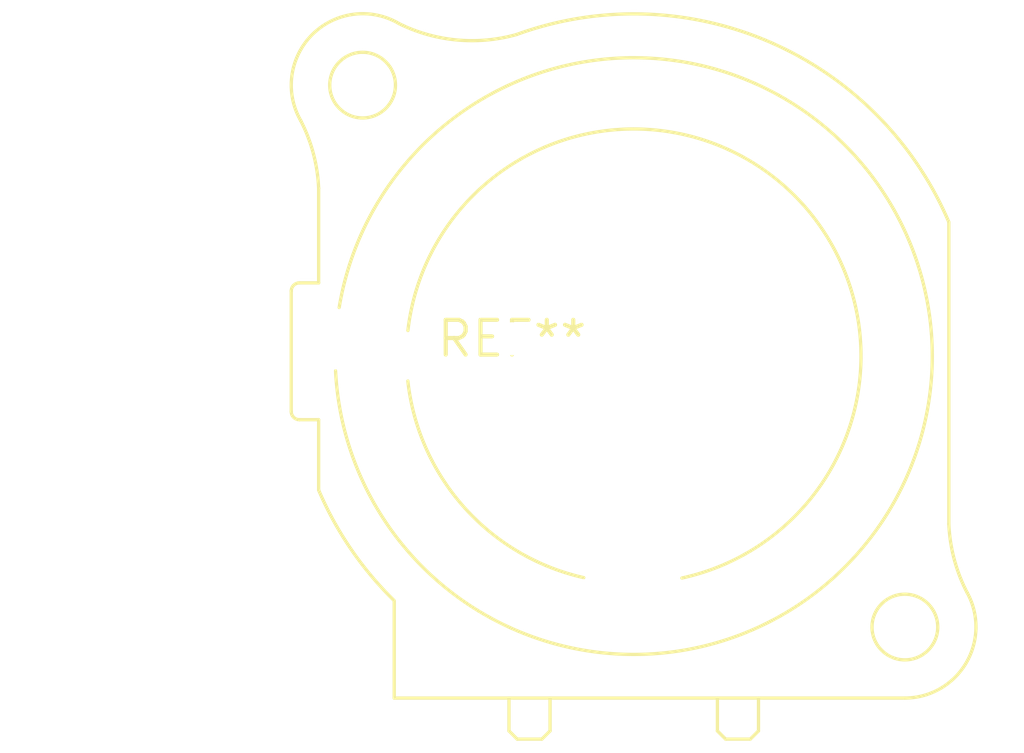
<source format=kicad_pcb>
(kicad_pcb (version 20240108) (generator pcbnew)
  (layers (0 "F.Cu" signal) (31 "B.Cu" signal) (34 "B.Paste" user) (35 "F.Paste" user) (36 "B.SilkS" user "B.Silkscreen") (37 "F.SilkS" user "F.Silkscreen") (38 "B.Mask" user) (39 "F.Mask" user) (44 "Edge.Cuts" user))
  (net 0 "")
  (footprint "Jack_XLR_Neutrik_NC5MAV-SW_Vertical" (layer "F.Cu") (at 0 0)
    (property "Reference" "REF**")
    (property "Value" "Jack_XLR_Neutrik_NC5MAV-SW_Vertical")
    (fp_line (start -8.06 -1.74) (end -8.06 2.66) (layer "F.SilkS") (stroke (width 0.12)))
    (fp_line (start -7.76 2.96) (end -7.06 2.96) (layer "F.SilkS") (stroke (width 0.12)))
    (fp_line (start -7.06 -5.5) (end -7.06 -2.04) (layer "F.SilkS") (stroke (width 0.12)))
    (fp_line (start -7.06 -2.04) (end -7.76 -2.04) (layer "F.SilkS") (stroke (width 0.12)))
    (fp_line (start -7.06 2.96) (end -7.06 5.53) (layer "F.SilkS") (stroke (width 0.12)))
    (fp_line (start -4.3 9.58) (end -4.3 13.13) (layer "F.SilkS") (stroke (width 0.12)))
    (fp_line (start -0.11 13.13) (end -0.11 14.33) (layer "F.SilkS") (stroke (width 0.12)))
    (fp_line (start -0.11 14.33) (end 0.19 14.63) (layer "F.SilkS") (stroke (width 0.12)))
    (fp_line (start 0.19 14.63) (end 1.09 14.63) (layer "F.SilkS") (stroke (width 0.12)))
    (fp_line (start 1.39 13.13) (end 1.39 14.33) (layer "F.SilkS") (stroke (width 0.12)))
    (fp_line (start 1.39 14.33) (end 1.09 14.63) (layer "F.SilkS") (stroke (width 0.12)))
    (fp_line (start 7.5 13.13) (end 7.5 14.33) (layer "F.SilkS") (stroke (width 0.12)))
    (fp_line (start 7.5 14.33) (end 7.8 14.63) (layer "F.SilkS") (stroke (width 0.12)))
    (fp_line (start 8.7 14.63) (end 7.8 14.63) (layer "F.SilkS") (stroke (width 0.12)))
    (fp_line (start 9 13.13) (end 9 14.33) (layer "F.SilkS") (stroke (width 0.12)))
    (fp_line (start 9 14.33) (end 8.7 14.63) (layer "F.SilkS") (stroke (width 0.12)))
    (fp_line (start 14.34 13.13) (end -4.3 13.13) (layer "F.SilkS") (stroke (width 0.12)))
    (fp_line (start 15.95 6.77) (end 15.95 -4.26) (layer "F.SilkS") (stroke (width 0.12)))
    (fp_arc (start -8.06 -1.74) (mid -7.972132 -1.952132) (end -7.76 -2.04) (layer "F.SilkS") (stroke (width 0.12)))
    (fp_arc (start -7.76 2.96) (mid -7.972132 2.872132) (end -8.06 2.66) (layer "F.SilkS") (stroke (width 0.12)))
    (fp_arc (start -7.723487 -7.985205) (mid -7.256205 -6.778788) (end -7.06 -5.5) (layer "F.SilkS") (stroke (width 0.12)))
    (fp_arc (start -7.715328 -7.969927) (mid -7.280775 -11.124351) (end -4.12 -11.51) (layer "F.SilkS") (stroke (width 0.12)))
    (fp_arc (start -6.31 -1.14) (mid 15.327723 1.25708) (end -6.442209 1.172885) (layer "F.SilkS") (stroke (width 0.12)))
    (fp_arc (start -4.310999 9.560163) (mid -5.883968 7.680458) (end -7.06 5.53) (layer "F.SilkS") (stroke (width 0.12)))
    (fp_arc (start -3.8 -0.3) (mid 10.010227 -5.519876) (end 6.202812 8.744522) (layer "F.SilkS") (stroke (width 0.12)))
    (fp_arc (start 0.17934 -11.11788) (mid 9.430944 -10.83088) (end 15.95 -4.26) (layer "F.SilkS") (stroke (width 0.12)))
    (fp_arc (start 0.179944 -11.117415) (mid -2.006497 -10.914263) (end -4.12 -11.51) (layer "F.SilkS") (stroke (width 0.12)))
    (fp_arc (start 2.62 8.73) (mid -1.741551 6.165482) (end -3.803135 1.544903) (layer "F.SilkS") (stroke (width 0.12)))
    (fp_arc (start 16.614011 9.269495) (mid 16.580236 11.8496) (end 14.34 13.13) (layer "F.SilkS") (stroke (width 0.12)))
    (fp_arc (start 16.619064 9.280467) (mid 16.147616 8.061723) (end 15.95 6.77) (layer "F.SilkS") (stroke (width 0.12)))
    (fp_circle (center -5.455 -9.265) (end -4.255 -9.265) (layer "F.SilkS") (stroke (width 0.12)) (fill none))
    (fp_circle (center 14.345 10.535) (end 15.545 10.535) (layer "F.SilkS") (stroke (width 0.12)) (fill none))
    (pad "1" thru_hole circle (at 0 0) (size 2.9 2.9) (drill 1.2) (layers *.Cu *.Mask) (remove_unused_layers))
    (pad "2" thru_hole circle (at 1.27 3.175) (size 3.4 3.4) (drill 1.6) (layers *.Cu *.Mask) (remove_unused_layers))
    (pad "3" thru_hole circle (at 4.445 5.08) (size 2.9 2.9) (drill 1.2) (layers *.Cu *.Mask) (remove_unused_layers))
    (pad "4" thru_hole circle (at 7.62 3.175) (size 3.4 3.4) (drill 1.6) (layers *.Cu *.Mask) (remove_unused_layers))
    (pad "5" thru_hole circle (at 8.255 -0.635) (size 2.9 2.9) (drill 1.2) (layers *.Cu *.Mask) (remove_unused_layers))
    (pad "G" thru_hole circle (at 4.445 8.89) (size 2.9 2.9) (drill 1.2) (layers *.Cu *.Mask) (remove_unused_layers))
    (pad "N" thru_hole circle (at -4.445 0.635) (size 1.8 1.8) (drill 1.2) (layers *.Cu *.Mask) (remove_unused_layers))
    (pad "NC" thru_hole circle (at -2.54 1.27) (size 1.8 1.8) (drill 1.2) (layers *.Cu *.Mask) (remove_unused_layers))
    (pad "NO" thru_hole circle (at -6.35 0) (size 1.8 1.8) (drill 1.2) (layers *.Cu *.Mask) (remove_unused_layers))
  )
)
</source>
